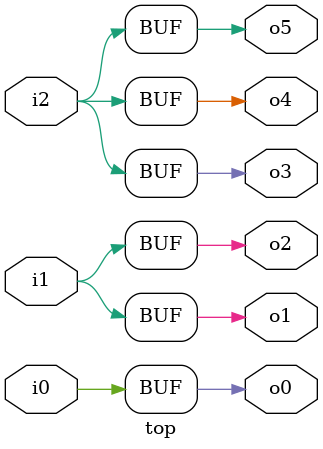
<source format=v>
module top(input i0, input i1, input i2, output o0, output o1, output o2, output o3, output o4, output o5);
   assign o0 = i0;
   assign o1 = i1;
   assign o2 = i1;
   assign o3 = i2;
   assign o4 = i2;
   assign o5 = i2;
endmodule // top

</source>
